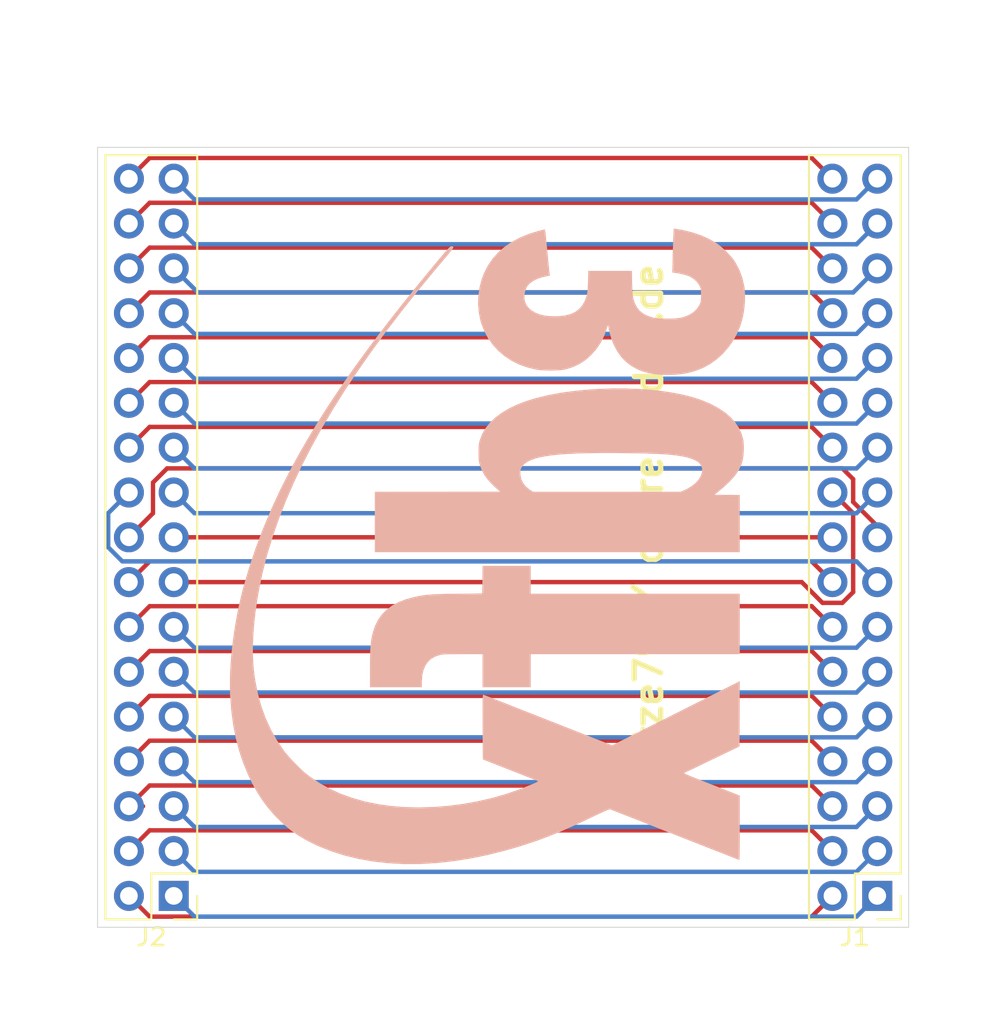
<source format=kicad_pcb>
(kicad_pcb (version 20171130) (host pcbnew "(5.1.8)-1")

  (general
    (thickness 1.6)
    (drawings 17)
    (tracks 112)
    (zones 0)
    (modules 3)
    (nets 35)
  )

  (page A4)
  (layers
    (0 F.Cu signal)
    (31 B.Cu signal)
    (32 B.Adhes user)
    (33 F.Adhes user)
    (34 B.Paste user)
    (35 F.Paste user)
    (36 B.SilkS user)
    (37 F.SilkS user)
    (38 B.Mask user)
    (39 F.Mask user)
    (40 Dwgs.User user)
    (41 Cmts.User user)
    (42 Eco1.User user)
    (43 Eco2.User user)
    (44 Edge.Cuts user)
    (45 Margin user)
    (46 B.CrtYd user)
    (47 F.CrtYd user)
    (48 B.Fab user)
    (49 F.Fab user)
  )

  (setup
    (last_trace_width 0.25)
    (trace_clearance 0.2)
    (zone_clearance 0.508)
    (zone_45_only no)
    (trace_min 0.2)
    (via_size 0.8)
    (via_drill 0.4)
    (via_min_size 0.4)
    (via_min_drill 0.3)
    (uvia_size 0.3)
    (uvia_drill 0.1)
    (uvias_allowed no)
    (uvia_min_size 0.2)
    (uvia_min_drill 0.1)
    (edge_width 0.05)
    (segment_width 0.2)
    (pcb_text_width 0.3)
    (pcb_text_size 1.5 1.5)
    (mod_edge_width 0.12)
    (mod_text_size 1 1)
    (mod_text_width 0.15)
    (pad_size 1.524 1.524)
    (pad_drill 0.762)
    (pad_to_mask_clearance 0)
    (aux_axis_origin 0 0)
    (visible_elements 7FFFFFFF)
    (pcbplotparams
      (layerselection 0x010fc_ffffffff)
      (usegerberextensions false)
      (usegerberattributes true)
      (usegerberadvancedattributes true)
      (creategerberjobfile true)
      (excludeedgelayer true)
      (linewidth 0.100000)
      (plotframeref false)
      (viasonmask false)
      (mode 1)
      (useauxorigin false)
      (hpglpennumber 1)
      (hpglpenspeed 20)
      (hpglpendiameter 15.000000)
      (psnegative false)
      (psa4output false)
      (plotreference true)
      (plotvalue true)
      (plotinvisibletext false)
      (padsonsilk false)
      (subtractmaskfromsilk false)
      (outputformat 1)
      (mirror false)
      (drillshape 0)
      (scaleselection 1)
      (outputdirectory "../../../Desktop/3dfx_bridge_long/"))
  )

  (net 0 "")
  (net 1 /D34)
  (net 2 /D33)
  (net 3 /D32)
  (net 4 /D31)
  (net 5 /D30)
  (net 6 /D29)
  (net 7 /D28)
  (net 8 /D27)
  (net 9 /D26)
  (net 10 /D25)
  (net 11 /D24)
  (net 12 /D23)
  (net 13 /D22)
  (net 14 /D21)
  (net 15 /D20)
  (net 16 /D16)
  (net 17 /D17)
  (net 18 /D18)
  (net 19 /D19)
  (net 20 /D15)
  (net 21 /D14)
  (net 22 /D13)
  (net 23 /D12)
  (net 24 /D11)
  (net 25 /D10)
  (net 26 /D9)
  (net 27 /D8)
  (net 28 /D7)
  (net 29 /D6)
  (net 30 /D5)
  (net 31 /D4)
  (net 32 /D3)
  (net 33 /D2)
  (net 34 /D1)

  (net_class Default "This is the default net class."
    (clearance 0.2)
    (trace_width 0.25)
    (via_dia 0.8)
    (via_drill 0.4)
    (uvia_dia 0.3)
    (uvia_drill 0.1)
    (add_net /D1)
    (add_net /D10)
    (add_net /D11)
    (add_net /D12)
    (add_net /D13)
    (add_net /D14)
    (add_net /D15)
    (add_net /D16)
    (add_net /D17)
    (add_net /D18)
    (add_net /D19)
    (add_net /D2)
    (add_net /D20)
    (add_net /D21)
    (add_net /D22)
    (add_net /D23)
    (add_net /D24)
    (add_net /D25)
    (add_net /D26)
    (add_net /D27)
    (add_net /D28)
    (add_net /D29)
    (add_net /D3)
    (add_net /D30)
    (add_net /D31)
    (add_net /D32)
    (add_net /D33)
    (add_net /D34)
    (add_net /D4)
    (add_net /D5)
    (add_net /D6)
    (add_net /D7)
    (add_net /D8)
    (add_net /D9)
  )

  (module Connector_PinHeader_2.54mm:PinHeader_2x17_P2.54mm_Vertical (layer F.Cu) (tedit 59FED5CC) (tstamp 5FCF0E0A)
    (at 183.642 129.794 180)
    (descr "Through hole straight pin header, 2x17, 2.54mm pitch, double rows")
    (tags "Through hole pin header THT 2x17 2.54mm double row")
    (path /5FD4A3D5)
    (fp_text reference J2 (at 1.27 -2.33) (layer F.SilkS)
      (effects (font (size 1 1) (thickness 0.15)))
    )
    (fp_text value Conn_02x17_Odd_Even (at 1.27 42.97) (layer F.Fab)
      (effects (font (size 1 1) (thickness 0.15)))
    )
    (fp_line (start 0 -1.27) (end 3.81 -1.27) (layer F.Fab) (width 0.1))
    (fp_line (start 3.81 -1.27) (end 3.81 41.91) (layer F.Fab) (width 0.1))
    (fp_line (start 3.81 41.91) (end -1.27 41.91) (layer F.Fab) (width 0.1))
    (fp_line (start -1.27 41.91) (end -1.27 0) (layer F.Fab) (width 0.1))
    (fp_line (start -1.27 0) (end 0 -1.27) (layer F.Fab) (width 0.1))
    (fp_line (start -1.33 41.97) (end 3.87 41.97) (layer F.SilkS) (width 0.12))
    (fp_line (start -1.33 1.27) (end -1.33 41.97) (layer F.SilkS) (width 0.12))
    (fp_line (start 3.87 -1.33) (end 3.87 41.97) (layer F.SilkS) (width 0.12))
    (fp_line (start -1.33 1.27) (end 1.27 1.27) (layer F.SilkS) (width 0.12))
    (fp_line (start 1.27 1.27) (end 1.27 -1.33) (layer F.SilkS) (width 0.12))
    (fp_line (start 1.27 -1.33) (end 3.87 -1.33) (layer F.SilkS) (width 0.12))
    (fp_line (start -1.33 0) (end -1.33 -1.33) (layer F.SilkS) (width 0.12))
    (fp_line (start -1.33 -1.33) (end 0 -1.33) (layer F.SilkS) (width 0.12))
    (fp_line (start -1.8 -1.8) (end -1.8 42.45) (layer F.CrtYd) (width 0.05))
    (fp_line (start -1.8 42.45) (end 4.35 42.45) (layer F.CrtYd) (width 0.05))
    (fp_line (start 4.35 42.45) (end 4.35 -1.8) (layer F.CrtYd) (width 0.05))
    (fp_line (start 4.35 -1.8) (end -1.8 -1.8) (layer F.CrtYd) (width 0.05))
    (fp_text user %R (at 1.27 20.32 90) (layer F.Fab)
      (effects (font (size 1 1) (thickness 0.15)))
    )
    (pad 1 thru_hole rect (at 0 0 180) (size 1.7 1.7) (drill 1) (layers *.Cu *.Mask)
      (net 33 /D2))
    (pad 2 thru_hole oval (at 2.54 0 180) (size 1.7 1.7) (drill 1) (layers *.Cu *.Mask)
      (net 34 /D1))
    (pad 3 thru_hole oval (at 0 2.54 180) (size 1.7 1.7) (drill 1) (layers *.Cu *.Mask)
      (net 31 /D4))
    (pad 4 thru_hole oval (at 2.54 2.54 180) (size 1.7 1.7) (drill 1) (layers *.Cu *.Mask)
      (net 32 /D3))
    (pad 5 thru_hole oval (at 0 5.08 180) (size 1.7 1.7) (drill 1) (layers *.Cu *.Mask)
      (net 29 /D6))
    (pad 6 thru_hole oval (at 2.54 5.08 180) (size 1.7 1.7) (drill 1) (layers *.Cu *.Mask)
      (net 30 /D5))
    (pad 7 thru_hole oval (at 0 7.62 180) (size 1.7 1.7) (drill 1) (layers *.Cu *.Mask)
      (net 27 /D8))
    (pad 8 thru_hole oval (at 2.54 7.62 180) (size 1.7 1.7) (drill 1) (layers *.Cu *.Mask)
      (net 28 /D7))
    (pad 9 thru_hole oval (at 0 10.16 180) (size 1.7 1.7) (drill 1) (layers *.Cu *.Mask)
      (net 25 /D10))
    (pad 10 thru_hole oval (at 2.54 10.16 180) (size 1.7 1.7) (drill 1) (layers *.Cu *.Mask)
      (net 26 /D9))
    (pad 11 thru_hole oval (at 0 12.7 180) (size 1.7 1.7) (drill 1) (layers *.Cu *.Mask)
      (net 23 /D12))
    (pad 12 thru_hole oval (at 2.54 12.7 180) (size 1.7 1.7) (drill 1) (layers *.Cu *.Mask)
      (net 24 /D11))
    (pad 13 thru_hole oval (at 0 15.24 180) (size 1.7 1.7) (drill 1) (layers *.Cu *.Mask)
      (net 21 /D14))
    (pad 14 thru_hole oval (at 2.54 15.24 180) (size 1.7 1.7) (drill 1) (layers *.Cu *.Mask)
      (net 22 /D13))
    (pad 15 thru_hole oval (at 0 17.78 180) (size 1.7 1.7) (drill 1) (layers *.Cu *.Mask)
      (net 16 /D16))
    (pad 16 thru_hole oval (at 2.54 17.78 180) (size 1.7 1.7) (drill 1) (layers *.Cu *.Mask)
      (net 20 /D15))
    (pad 17 thru_hole oval (at 0 20.32 180) (size 1.7 1.7) (drill 1) (layers *.Cu *.Mask)
      (net 18 /D18))
    (pad 18 thru_hole oval (at 2.54 20.32 180) (size 1.7 1.7) (drill 1) (layers *.Cu *.Mask)
      (net 17 /D17))
    (pad 19 thru_hole oval (at 0 22.86 180) (size 1.7 1.7) (drill 1) (layers *.Cu *.Mask)
      (net 15 /D20))
    (pad 20 thru_hole oval (at 2.54 22.86 180) (size 1.7 1.7) (drill 1) (layers *.Cu *.Mask)
      (net 19 /D19))
    (pad 21 thru_hole oval (at 0 25.4 180) (size 1.7 1.7) (drill 1) (layers *.Cu *.Mask)
      (net 13 /D22))
    (pad 22 thru_hole oval (at 2.54 25.4 180) (size 1.7 1.7) (drill 1) (layers *.Cu *.Mask)
      (net 14 /D21))
    (pad 23 thru_hole oval (at 0 27.94 180) (size 1.7 1.7) (drill 1) (layers *.Cu *.Mask)
      (net 11 /D24))
    (pad 24 thru_hole oval (at 2.54 27.94 180) (size 1.7 1.7) (drill 1) (layers *.Cu *.Mask)
      (net 12 /D23))
    (pad 25 thru_hole oval (at 0 30.48 180) (size 1.7 1.7) (drill 1) (layers *.Cu *.Mask)
      (net 9 /D26))
    (pad 26 thru_hole oval (at 2.54 30.48 180) (size 1.7 1.7) (drill 1) (layers *.Cu *.Mask)
      (net 10 /D25))
    (pad 27 thru_hole oval (at 0 33.02 180) (size 1.7 1.7) (drill 1) (layers *.Cu *.Mask)
      (net 7 /D28))
    (pad 28 thru_hole oval (at 2.54 33.02 180) (size 1.7 1.7) (drill 1) (layers *.Cu *.Mask)
      (net 8 /D27))
    (pad 29 thru_hole oval (at 0 35.56 180) (size 1.7 1.7) (drill 1) (layers *.Cu *.Mask)
      (net 5 /D30))
    (pad 30 thru_hole oval (at 2.54 35.56 180) (size 1.7 1.7) (drill 1) (layers *.Cu *.Mask)
      (net 6 /D29))
    (pad 31 thru_hole oval (at 0 38.1 180) (size 1.7 1.7) (drill 1) (layers *.Cu *.Mask)
      (net 3 /D32))
    (pad 32 thru_hole oval (at 2.54 38.1 180) (size 1.7 1.7) (drill 1) (layers *.Cu *.Mask)
      (net 4 /D31))
    (pad 33 thru_hole oval (at 0 40.64 180) (size 1.7 1.7) (drill 1) (layers *.Cu *.Mask)
      (net 1 /D34))
    (pad 34 thru_hole oval (at 2.54 40.64 180) (size 1.7 1.7) (drill 1) (layers *.Cu *.Mask)
      (net 2 /D33))
    (model ${KISYS3DMOD}/Connector_PinHeader_2.54mm.3dshapes/PinHeader_2x17_P2.54mm_Vertical.wrl
      (at (xyz 0 0 0))
      (scale (xyz 1 1 1))
      (rotate (xyz 0 0 0))
    )
  )

  (module 3Dfx:3dfx_2 (layer B.Cu) (tedit 0) (tstamp 600611AA)
    (at 201.422 109.982 270)
    (attr smd)
    (fp_text reference e (at 0 0 270) (layer F.SilkS) hide
      (effects (font (size 1.524 1.524) (thickness 0.3)))
    )
    (fp_text value LOGO (at 0.75 0 270) (layer F.SilkS) hide
      (effects (font (size 1.524 1.524) (thickness 0.3)))
    )
    (fp_poly (pts (xy -13.253994 0.48576) (xy -12.793246 0.392958) (xy -12.624405 0.343673) (xy -12.183598 0.172643)
      (xy -11.775185 -0.048127) (xy -11.40146 -0.315927) (xy -11.064715 -0.628044) (xy -10.767244 -0.981767)
      (xy -10.511337 -1.374384) (xy -10.299289 -1.803185) (xy -10.133392 -2.265457) (xy -10.019989 -2.736548)
      (xy -9.989848 -2.947547) (xy -9.970015 -3.192678) (xy -9.960381 -3.457038) (xy -9.960839 -3.725724)
      (xy -9.97128 -3.983835) (xy -9.991597 -4.216466) (xy -10.021681 -4.408714) (xy -10.032465 -4.455774)
      (xy -10.156202 -4.850219) (xy -10.320946 -5.205577) (xy -10.532328 -5.531809) (xy -10.79598 -5.838879)
      (xy -10.838832 -5.882354) (xy -11.182474 -6.184326) (xy -11.55591 -6.434685) (xy -11.956238 -6.631694)
      (xy -12.284226 -6.746894) (xy -12.412687 -6.788567) (xy -12.491317 -6.822815) (xy -12.517597 -6.847817)
      (xy -12.489012 -6.861753) (xy -12.446202 -6.864048) (xy -12.351782 -6.874502) (xy -12.215285 -6.903086)
      (xy -12.050847 -6.945635) (xy -11.872608 -6.99798) (xy -11.694705 -7.055957) (xy -11.531276 -7.115398)
      (xy -11.396459 -7.172136) (xy -11.389189 -7.175553) (xy -11.038742 -7.364369) (xy -10.7389 -7.576582)
      (xy -10.482315 -7.818304) (xy -10.261637 -8.095648) (xy -10.234093 -8.136307) (xy -10.054702 -8.447124)
      (xy -9.914206 -8.783621) (xy -9.811445 -9.150909) (xy -9.745254 -9.554099) (xy -9.714473 -9.9983)
      (xy -9.715433 -10.416924) (xy -9.741092 -10.839558) (xy -9.792949 -11.222041) (xy -9.874476 -11.580265)
      (xy -9.989147 -11.930122) (xy -10.109295 -12.219585) (xy -10.320401 -12.615853) (xy -10.58329 -12.987868)
      (xy -10.892663 -13.331352) (xy -11.243221 -13.642026) (xy -11.629664 -13.915612) (xy -12.046694 -14.147832)
      (xy -12.48901 -14.334406) (xy -12.874732 -14.452344) (xy -13.203915 -14.521721) (xy -13.555431 -14.5703)
      (xy -13.912255 -14.597089) (xy -14.257359 -14.601093) (xy -14.573718 -14.581315) (xy -14.725952 -14.560507)
      (xy -15.194724 -14.452245) (xy -15.637673 -14.289669) (xy -16.057903 -14.071572) (xy -16.177381 -13.996846)
      (xy -16.313577 -13.895926) (xy -16.472979 -13.7582) (xy -16.643492 -13.595967) (xy -16.813023 -13.421525)
      (xy -16.969476 -13.247172) (xy -17.100757 -13.085206) (xy -17.170236 -12.987262) (xy -17.408837 -12.573239)
      (xy -17.613586 -12.115471) (xy -17.781584 -11.62217) (xy -17.909928 -11.101548) (xy -17.978055 -10.700735)
      (xy -17.997331 -10.561112) (xy -17.548487 -10.542299) (xy -17.387518 -10.536124) (xy -17.181262 -10.529083)
      (xy -16.944895 -10.521643) (xy -16.69359 -10.514274) (xy -16.442524 -10.507442) (xy -16.308347 -10.504042)
      (xy -15.517051 -10.484597) (xy -15.498225 -10.632239) (xy -15.467987 -10.821588) (xy -15.425845 -11.020909)
      (xy -15.376491 -11.211688) (xy -15.324621 -11.375411) (xy -15.284972 -11.473401) (xy -15.16691 -11.669882)
      (xy -15.013993 -11.84439) (xy -14.841142 -11.981166) (xy -14.76231 -12.025484) (xy -14.683633 -12.061805)
      (xy -14.613704 -12.085942) (xy -14.536875 -12.100366) (xy -14.4375 -12.10755) (xy -14.299932 -12.109966)
      (xy -14.226388 -12.110153) (xy -14.07016 -12.109428) (xy -13.958242 -12.105156) (xy -13.874473 -12.094501)
      (xy -13.802692 -12.07463) (xy -13.726737 -12.042706) (xy -13.661016 -12.010972) (xy -13.450307 -11.873867)
      (xy -13.269094 -11.685838) (xy -13.119418 -11.449849) (xy -13.003317 -11.168862) (xy -12.950529 -10.979504)
      (xy -12.925267 -10.830231) (xy -12.907276 -10.638235) (xy -12.896529 -10.417998) (xy -12.893001 -10.184002)
      (xy -12.896666 -9.950729) (xy -12.907497 -9.73266) (xy -12.925469 -9.544278) (xy -12.950556 -9.400064)
      (xy -12.953376 -9.388929) (xy -13.053887 -9.086179) (xy -13.184468 -8.834108) (xy -13.348442 -8.629158)
      (xy -13.54913 -8.467769) (xy -13.789855 -8.346382) (xy -13.985674 -8.282851) (xy -14.078846 -8.260624)
      (xy -14.176887 -8.243281) (xy -14.290202 -8.229926) (xy -14.429193 -8.21966) (xy -14.604263 -8.211584)
      (xy -14.825817 -8.204799) (xy -14.914941 -8.202594) (xy -15.602857 -8.18631) (xy -15.602857 -5.722824)
      (xy -15.020774 -5.707066) (xy -14.789266 -5.699345) (xy -14.606392 -5.689491) (xy -14.460317 -5.676365)
      (xy -14.339208 -5.658826) (xy -14.23123 -5.635736) (xy -14.202412 -5.628301) (xy -13.908101 -5.52615)
      (xy -13.658214 -5.387566) (xy -13.45164 -5.210839) (xy -13.287265 -4.994264) (xy -13.163977 -4.736133)
      (xy -13.080664 -4.434738) (xy -13.036213 -4.088373) (xy -13.027618 -3.825119) (xy -13.038969 -3.499127)
      (xy -13.074304 -3.217195) (xy -13.13589 -2.96694) (xy -13.225992 -2.735982) (xy -13.227549 -2.73265)
      (xy -13.364248 -2.4954) (xy -13.526568 -2.312823) (xy -13.714852 -2.184655) (xy -13.929439 -2.110632)
      (xy -14.050024 -2.09357) (xy -14.26522 -2.098685) (xy -14.480769 -2.143596) (xy -14.673899 -2.222708)
      (xy -14.740733 -2.263331) (xy -14.89464 -2.401627) (xy -15.032557 -2.591523) (xy -15.150475 -2.825342)
      (xy -15.244387 -3.095407) (xy -15.29992 -3.334453) (xy -15.337827 -3.539263) (xy -15.432545 -3.523126)
      (xy -15.487559 -3.515974) (xy -15.593695 -3.504146) (xy -15.741861 -3.488582) (xy -15.922964 -3.470219)
      (xy -16.127912 -3.449996) (xy -16.328571 -3.430662) (xy -16.689618 -3.39618) (xy -16.994788 -3.366809)
      (xy -17.248426 -3.342093) (xy -17.454875 -3.321576) (xy -17.618479 -3.304801) (xy -17.743581 -3.291312)
      (xy -17.834525 -3.280654) (xy -17.895655 -3.272371) (xy -17.931313 -3.266005) (xy -17.945844 -3.261102)
      (xy -17.946182 -3.260803) (xy -17.944323 -3.227946) (xy -17.929007 -3.149013) (xy -17.902853 -3.036229)
      (xy -17.872324 -2.916296) (xy -17.700917 -2.360292) (xy -17.493167 -1.852152) (xy -17.24921 -1.392036)
      (xy -16.969181 -0.980105) (xy -16.653216 -0.616521) (xy -16.301451 -0.301443) (xy -15.914022 -0.035034)
      (xy -15.491064 0.182546) (xy -15.144939 0.315484) (xy -14.68321 0.439072) (xy -14.208077 0.508715)
      (xy -13.728638 0.524312) (xy -13.253994 0.48576)) (layer B.SilkS) (width 0.01))
    (fp_poly (pts (xy 0.332619 -14.302619) (xy -2.901763 -14.302619) (xy -2.909869 -13.585372) (xy -2.917976 -12.868125)
      (xy -3.112518 -13.109122) (xy -3.388898 -13.4375) (xy -3.647412 -13.71409) (xy -3.893356 -13.942967)
      (xy -4.132026 -14.128208) (xy -4.368719 -14.273889) (xy -4.608729 -14.384086) (xy -4.857355 -14.462877)
      (xy -4.878074 -14.468018) (xy -5.049143 -14.498924) (xy -5.256729 -14.520125) (xy -5.481003 -14.531049)
      (xy -5.702133 -14.531123) (xy -5.90029 -14.519773) (xy -6.0325 -14.501386) (xy -6.389871 -14.400118)
      (xy -6.726173 -14.24239) (xy -7.041079 -14.028551) (xy -7.334265 -13.758949) (xy -7.605402 -13.433933)
      (xy -7.854165 -13.053851) (xy -8.080226 -12.619051) (xy -8.28326 -12.129882) (xy -8.301512 -12.080119)
      (xy -8.456426 -11.597224) (xy -8.590455 -11.063725) (xy -8.703308 -10.485884) (xy -8.794694 -9.869959)
      (xy -8.864321 -9.222211) (xy -8.911896 -8.548898) (xy -8.937129 -7.856281) (xy -8.939728 -7.150619)
      (xy -8.925417 -6.649048) (xy -5.286862 -6.649048) (xy -5.284593 -7.345136) (xy -5.280526 -7.756072)
      (xy -5.272974 -8.287473) (xy -5.263581 -8.763025) (xy -5.25203 -9.187337) (xy -5.238002 -9.565017)
      (xy -5.221182 -9.900673) (xy -5.20125 -10.198913) (xy -5.177891 -10.464346) (xy -5.150786 -10.701581)
      (xy -5.119619 -10.915225) (xy -5.084071 -11.109886) (xy -5.043826 -11.290174) (xy -5.034572 -11.327332)
      (xy -4.946963 -11.610635) (xy -4.84205 -11.836272) (xy -4.719127 -12.004729) (xy -4.57749 -12.116494)
      (xy -4.416433 -12.172052) (xy -4.235253 -12.171892) (xy -4.033243 -12.1165) (xy -3.946444 -12.078986)
      (xy -3.758666 -11.961382) (xy -3.576213 -11.792388) (xy -3.406692 -11.581048) (xy -3.257708 -11.336404)
      (xy -3.174133 -11.160644) (xy -3.084286 -10.949506) (xy -3.084286 -2.584853) (xy -3.206704 -2.397497)
      (xy -3.375583 -2.187687) (xy -3.573604 -2.027522) (xy -3.79593 -1.91982) (xy -4.037723 -1.867397)
      (xy -4.125058 -1.862643) (xy -4.251763 -1.864876) (xy -4.343647 -1.879603) (xy -4.425975 -1.912452)
      (xy -4.478066 -1.9413) (xy -4.596524 -2.028418) (xy -4.704505 -2.145599) (xy -4.802294 -2.29491)
      (xy -4.890176 -2.478419) (xy -4.968436 -2.698191) (xy -5.03736 -2.956294) (xy -5.097232 -3.254795)
      (xy -5.148338 -3.59576) (xy -5.190964 -3.981257) (xy -5.225394 -4.413351) (xy -5.251913 -4.894111)
      (xy -5.270808 -5.425602) (xy -5.282362 -6.009892) (xy -5.286862 -6.649048) (xy -8.925417 -6.649048)
      (xy -8.9194 -6.438171) (xy -8.875854 -5.725198) (xy -8.808799 -5.017959) (xy -8.717943 -4.322714)
      (xy -8.675567 -4.053585) (xy -8.54804 -3.381419) (xy -8.396406 -2.760533) (xy -8.220992 -2.191478)
      (xy -8.022127 -1.674802) (xy -7.800138 -1.211055) (xy -7.555354 -0.800785) (xy -7.288103 -0.444542)
      (xy -6.998712 -0.142874) (xy -6.68751 0.10367) (xy -6.354825 0.29454) (xy -6.000984 0.429188)
      (xy -5.996496 0.430493) (xy -5.892637 0.458062) (xy -5.793967 0.477142) (xy -5.685665 0.489142)
      (xy -5.55291 0.495469) (xy -5.38088 0.497531) (xy -5.291667 0.497459) (xy -5.109928 0.496259)
      (xy -4.973759 0.492656) (xy -4.868254 0.484677) (xy -4.778508 0.47035) (xy -4.689617 0.447701)
      (xy -4.586674 0.414758) (xy -4.535714 0.397395) (xy -4.377883 0.336098) (xy -4.209835 0.259456)
      (xy -4.061082 0.181225) (xy -4.022685 0.158295) (xy -3.879207 0.056855) (xy -3.713593 -0.079792)
      (xy -3.540051 -0.238517) (xy -3.372788 -0.406187) (xy -3.226012 -0.569673) (xy -3.197081 -0.604762)
      (xy -3.087004 -0.740834) (xy -3.084286 6.380238) (xy 0.332619 6.380238) (xy 0.332619 -14.302619)) (layer B.SilkS) (width 0.01))
    (fp_poly (pts (xy 7.982857 3.719285) (xy 7.672917 3.718839) (xy 7.332205 3.696222) (xy 7.030592 3.630006)
      (xy 6.769366 3.521081) (xy 6.549812 3.37034) (xy 6.373219 3.178675) (xy 6.240875 2.946977)
      (xy 6.154065 2.676138) (xy 6.151646 2.664915) (xy 6.139324 2.589722) (xy 6.129374 2.488417)
      (xy 6.121609 2.355338) (xy 6.11584 2.184825) (xy 6.11188 1.971217) (xy 6.109541 1.708854)
      (xy 6.108635 1.392075) (xy 6.10862 1.368274) (xy 6.108095 0.272143) (xy 7.982857 0.272143)
      (xy 7.982857 -2.449286) (xy 6.108095 -2.449286) (xy 6.108095 -14.302619) (xy 2.69119 -14.302619)
      (xy 2.69119 -2.449286) (xy 1.118809 -2.449286) (xy 1.118809 0.271122) (xy 2.676071 0.287262)
      (xy 2.69368 1.708452) (xy 2.698895 2.087371) (xy 2.704795 2.413087) (xy 2.71193 2.692876)
      (xy 2.720847 2.934011) (xy 2.732093 3.143766) (xy 2.746217 3.329415) (xy 2.763766 3.498233)
      (xy 2.785289 3.657493) (xy 2.811333 3.81447) (xy 2.842446 3.976437) (xy 2.876797 4.139711)
      (xy 3.000343 4.602566) (xy 3.159891 5.01684) (xy 3.355437 5.38253) (xy 3.586977 5.69963)
      (xy 3.854509 5.968136) (xy 4.158028 6.188044) (xy 4.497531 6.359349) (xy 4.712863 6.43704)
      (xy 4.885324 6.48824) (xy 5.052066 6.530918) (xy 5.220678 6.565796) (xy 5.398751 6.593597)
      (xy 5.593873 6.615046) (xy 5.813635 6.630864) (xy 6.065626 6.641774) (xy 6.357435 6.648501)
      (xy 6.696652 6.651767) (xy 6.973085 6.652381) (xy 7.982857 6.652381) (xy 7.982857 3.719285)) (layer B.SilkS) (width 0.01))
    (fp_poly (pts (xy 8.512024 14.577221) (xy 9.334577 14.511633) (xy 10.114725 14.407441) (xy 10.857674 14.263335)
      (xy 11.568629 14.078) (xy 12.252796 13.850125) (xy 12.915382 13.578397) (xy 13.403505 13.3439)
      (xy 13.909837 13.06652) (xy 14.369859 12.773797) (xy 14.797493 12.455817) (xy 15.206659 12.102665)
      (xy 15.386355 11.931698) (xy 15.753001 11.549439) (xy 16.07852 11.157589) (xy 16.370665 10.74478)
      (xy 16.63719 10.299645) (xy 16.885846 9.810817) (xy 16.992545 9.576806) (xy 17.284652 8.842585)
      (xy 17.527407 8.075183) (xy 17.720797 7.276388) (xy 17.86481 6.447989) (xy 17.959434 5.591773)
      (xy 18.004659 4.70953) (xy 18.000471 3.803048) (xy 17.946859 2.874114) (xy 17.84381 1.924517)
      (xy 17.691314 0.956045) (xy 17.489358 -0.029513) (xy 17.237931 -1.03037) (xy 17.066951 -1.625425)
      (xy 16.916271 -2.111231) (xy 16.760375 -2.581541) (xy 16.595756 -3.045133) (xy 16.418905 -3.510786)
      (xy 16.226315 -3.987279) (xy 16.014479 -4.483389) (xy 15.779888 -5.007895) (xy 15.519035 -5.569574)
      (xy 15.343753 -5.937887) (xy 15.2158 -6.205956) (xy 15.11295 -6.424761) (xy 15.033169 -6.599087)
      (xy 14.974424 -6.733714) (xy 14.934679 -6.833427) (xy 14.911902 -6.903007) (xy 14.904057 -6.947237)
      (xy 14.906478 -6.965982) (xy 14.922764 -7.007595) (xy 14.959252 -7.100668) (xy 15.014343 -7.241133)
      (xy 15.086443 -7.424925) (xy 15.173956 -7.647975) (xy 15.275284 -7.906217) (xy 15.388831 -8.195584)
      (xy 15.513002 -8.512009) (xy 15.646201 -8.851426) (xy 15.78683 -9.209766) (xy 15.933294 -9.582963)
      (xy 16.083996 -9.966951) (xy 16.23734 -10.357661) (xy 16.391731 -10.751028) (xy 16.545571 -11.142984)
      (xy 16.697265 -11.529463) (xy 16.845216 -11.906396) (xy 16.987828 -12.269718) (xy 17.123505 -12.615361)
      (xy 17.250651 -12.939259) (xy 17.367669 -13.237344) (xy 17.472963 -13.505549) (xy 17.564937 -13.739808)
      (xy 17.641994 -13.936053) (xy 17.702539 -14.090218) (xy 17.744976 -14.198236) (xy 17.767707 -14.256039)
      (xy 17.771177 -14.264822) (xy 17.763212 -14.27292) (xy 17.729768 -14.279849) (xy 17.667095 -14.285688)
      (xy 17.571443 -14.290514) (xy 17.439062 -14.294406) (xy 17.266201 -14.297443) (xy 17.049109 -14.299702)
      (xy 16.784037 -14.301261) (xy 16.467234 -14.3022) (xy 16.09495 -14.302595) (xy 15.958686 -14.302619)
      (xy 14.130903 -14.302619) (xy 13.499412 -12.695896) (xy 13.365292 -12.35492) (xy 13.251391 -12.066249)
      (xy 13.155937 -11.825851) (xy 13.077158 -11.629695) (xy 13.013281 -11.47375) (xy 12.962534 -11.353984)
      (xy 12.923144 -11.266367) (xy 12.89334 -11.206867) (xy 12.871348 -11.171452) (xy 12.855396 -11.156093)
      (xy 12.843711 -11.156756) (xy 12.834522 -11.169411) (xy 12.831356 -11.176432) (xy 12.811644 -11.219539)
      (xy 12.768219 -11.311856) (xy 12.703601 -11.448103) (xy 12.620311 -11.622999) (xy 12.520868 -11.831263)
      (xy 12.407793 -12.067616) (xy 12.283606 -12.326777) (xy 12.150828 -12.603465) (xy 12.068132 -12.775596)
      (xy 11.341473 -14.2875) (xy 9.495988 -14.295292) (xy 7.650502 -14.303084) (xy 9.468327 -10.687125)
      (xy 11.286152 -7.071167) (xy 9.86273 -3.452429) (xy 9.686724 -3.004954) (xy 9.516676 -2.572584)
      (xy 9.353915 -2.158706) (xy 9.199774 -1.766709) (xy 9.055584 -1.399979) (xy 8.922676 -1.061903)
      (xy 8.802382 -0.75587) (xy 8.696034 -0.485265) (xy 8.604962 -0.253478) (xy 8.530499 -0.063894)
      (xy 8.473975 0.080098) (xy 8.436723 0.175111) (xy 8.420074 0.217758) (xy 8.419424 0.219461)
      (xy 8.417808 0.230421) (xy 8.424743 0.239728) (xy 8.444634 0.247492) (xy 8.481886 0.253823)
      (xy 8.540902 0.258831) (xy 8.626089 0.262625) (xy 8.741849 0.265316) (xy 8.892589 0.267013)
      (xy 9.082713 0.267827) (xy 9.316625 0.267867) (xy 9.59873 0.267243) (xy 9.933434 0.266066)
      (xy 10.237275 0.264819) (xy 12.07501 0.257024) (xy 12.673736 -1.27) (xy 12.787332 -1.559586)
      (xy 12.894816 -1.833333) (xy 12.994069 -2.085859) (xy 13.082971 -2.311782) (xy 13.159402 -2.505721)
      (xy 13.221241 -2.662295) (xy 13.266369 -2.776122) (xy 13.292665 -2.841819) (xy 13.298195 -2.85518)
      (xy 13.313531 -2.870498) (xy 13.336099 -2.853311) (xy 13.369863 -2.797328) (xy 13.418787 -2.696253)
      (xy 13.469593 -2.583037) (xy 13.774454 -1.832507) (xy 14.041059 -1.053392) (xy 14.268775 -0.251893)
      (xy 14.456968 0.565791) (xy 14.605002 1.393461) (xy 14.712244 2.224917) (xy 14.77806 3.053959)
      (xy 14.801815 3.874389) (xy 14.782875 4.680006) (xy 14.720606 5.464611) (xy 14.614372 6.222004)
      (xy 14.463541 6.945987) (xy 14.450073 7.000119) (xy 14.250834 7.694383) (xy 14.013646 8.343603)
      (xy 13.736947 8.951036) (xy 13.419178 9.519942) (xy 13.058778 10.053579) (xy 12.87186 10.296071)
      (xy 12.738435 10.45155) (xy 12.569261 10.632575) (xy 12.376352 10.827599) (xy 12.171723 11.025073)
      (xy 11.967389 11.21345) (xy 11.775364 11.381184) (xy 11.607663 11.516725) (xy 11.580673 11.537046)
      (xy 10.995352 11.934299) (xy 10.377256 12.281231) (xy 9.726088 12.577951) (xy 9.04155 12.824572)
      (xy 8.323346 13.021203) (xy 7.57118 13.167956) (xy 7.007111 13.242937) (xy 6.43719 13.286103)
      (xy 5.822404 13.298034) (xy 5.169204 13.2795) (xy 4.48404 13.231268) (xy 3.773364 13.154105)
      (xy 3.043625 13.048779) (xy 2.301275 12.916059) (xy 1.552764 12.756711) (xy 0.804543 12.571504)
      (xy 0.377976 12.453892) (xy -0.604093 12.151814) (xy -1.593493 11.805555) (xy -2.591463 11.41437)
      (xy -3.59924 10.977515) (xy -4.618064 10.494247) (xy -5.649173 9.96382) (xy -6.693805 9.385492)
      (xy -7.7532 8.758518) (xy -8.828595 8.082154) (xy -9.921228 7.355657) (xy -11.03234 6.578282)
      (xy -12.163167 5.749285) (xy -13.314949 4.867922) (xy -14.488924 3.93345) (xy -15.686331 2.945124)
      (xy -16.261651 2.458306) (xy -16.430256 2.316384) (xy -16.584944 2.189698) (xy -16.719277 2.083251)
      (xy -16.826817 2.002049) (xy -16.901128 1.951097) (xy -16.934449 1.935238) (xy -16.978553 1.950557)
      (xy -16.993462 2.006279) (xy -16.99381 2.023234) (xy -16.991393 2.050545) (xy -16.981601 2.079834)
      (xy -16.960625 2.114635) (xy -16.924654 2.158481) (xy -16.869876 2.214905) (xy -16.792482 2.28744)
      (xy -16.688662 2.37962) (xy -16.554604 2.494978) (xy -16.386497 2.637047) (xy -16.180533 2.809361)
      (xy -15.9329 3.015452) (xy -15.844762 3.088674) (xy -14.822833 3.929644) (xy -13.836027 4.725614)
      (xy -12.881448 5.478616) (xy -11.956197 6.190678) (xy -11.057377 6.863832) (xy -10.182091 7.500106)
      (xy -9.32744 8.101532) (xy -8.490528 8.670138) (xy -7.668456 9.207956) (xy -6.858327 9.717015)
      (xy -6.057243 10.199344) (xy -5.262307 10.656975) (xy -4.470621 11.091937) (xy -4.263571 11.202299)
      (xy -3.190889 11.746112) (xy -2.102688 12.250157) (xy -1.006289 12.711573) (xy 0.090988 13.127503)
      (xy 1.181823 13.495087) (xy 2.258897 13.811467) (xy 2.736548 13.936221) (xy 3.401282 14.090616)
      (xy 4.086818 14.226481) (xy 4.783465 14.34274) (xy 5.48153 14.438318) (xy 6.171322 14.51214)
      (xy 6.843148 14.563129) (xy 7.487317 14.59021) (xy 8.094138 14.592308) (xy 8.512024 14.577221)) (layer B.SilkS) (width 0.01))
  )

  (module Connector_PinHeader_2.54mm:PinHeader_2x17_P2.54mm_Vertical (layer F.Cu) (tedit 59FED5CC) (tstamp 5FCF1291)
    (at 223.52 129.794 180)
    (descr "Through hole straight pin header, 2x17, 2.54mm pitch, double rows")
    (tags "Through hole pin header THT 2x17 2.54mm double row")
    (path /5FCEAF08)
    (fp_text reference J1 (at 1.27 -2.33) (layer F.SilkS)
      (effects (font (size 1 1) (thickness 0.15)))
    )
    (fp_text value Conn_02x17_Odd_Even (at 1.27 42.97) (layer F.Fab)
      (effects (font (size 1 1) (thickness 0.15)))
    )
    (fp_line (start 4.35 -1.8) (end -1.8 -1.8) (layer F.CrtYd) (width 0.05))
    (fp_line (start 4.35 42.45) (end 4.35 -1.8) (layer F.CrtYd) (width 0.05))
    (fp_line (start -1.8 42.45) (end 4.35 42.45) (layer F.CrtYd) (width 0.05))
    (fp_line (start -1.8 -1.8) (end -1.8 42.45) (layer F.CrtYd) (width 0.05))
    (fp_line (start -1.33 -1.33) (end 0 -1.33) (layer F.SilkS) (width 0.12))
    (fp_line (start -1.33 0) (end -1.33 -1.33) (layer F.SilkS) (width 0.12))
    (fp_line (start 1.27 -1.33) (end 3.87 -1.33) (layer F.SilkS) (width 0.12))
    (fp_line (start 1.27 1.27) (end 1.27 -1.33) (layer F.SilkS) (width 0.12))
    (fp_line (start -1.33 1.27) (end 1.27 1.27) (layer F.SilkS) (width 0.12))
    (fp_line (start 3.87 -1.33) (end 3.87 41.97) (layer F.SilkS) (width 0.12))
    (fp_line (start -1.33 1.27) (end -1.33 41.97) (layer F.SilkS) (width 0.12))
    (fp_line (start -1.33 41.97) (end 3.87 41.97) (layer F.SilkS) (width 0.12))
    (fp_line (start -1.27 0) (end 0 -1.27) (layer F.Fab) (width 0.1))
    (fp_line (start -1.27 41.91) (end -1.27 0) (layer F.Fab) (width 0.1))
    (fp_line (start 3.81 41.91) (end -1.27 41.91) (layer F.Fab) (width 0.1))
    (fp_line (start 3.81 -1.27) (end 3.81 41.91) (layer F.Fab) (width 0.1))
    (fp_line (start 0 -1.27) (end 3.81 -1.27) (layer F.Fab) (width 0.1))
    (fp_text user %R (at 1.27 20.32 90) (layer F.Fab)
      (effects (font (size 1 1) (thickness 0.15)))
    )
    (pad 34 thru_hole oval (at 2.54 40.64 180) (size 1.7 1.7) (drill 1) (layers *.Cu *.Mask)
      (net 2 /D33))
    (pad 33 thru_hole oval (at 0 40.64 180) (size 1.7 1.7) (drill 1) (layers *.Cu *.Mask)
      (net 1 /D34))
    (pad 32 thru_hole oval (at 2.54 38.1 180) (size 1.7 1.7) (drill 1) (layers *.Cu *.Mask)
      (net 4 /D31))
    (pad 31 thru_hole oval (at 0 38.1 180) (size 1.7 1.7) (drill 1) (layers *.Cu *.Mask)
      (net 3 /D32))
    (pad 30 thru_hole oval (at 2.54 35.56 180) (size 1.7 1.7) (drill 1) (layers *.Cu *.Mask)
      (net 6 /D29))
    (pad 29 thru_hole oval (at 0 35.56 180) (size 1.7 1.7) (drill 1) (layers *.Cu *.Mask)
      (net 5 /D30))
    (pad 28 thru_hole oval (at 2.54 33.02 180) (size 1.7 1.7) (drill 1) (layers *.Cu *.Mask)
      (net 8 /D27))
    (pad 27 thru_hole oval (at 0 33.02 180) (size 1.7 1.7) (drill 1) (layers *.Cu *.Mask)
      (net 7 /D28))
    (pad 26 thru_hole oval (at 2.54 30.48 180) (size 1.7 1.7) (drill 1) (layers *.Cu *.Mask)
      (net 10 /D25))
    (pad 25 thru_hole oval (at 0 30.48 180) (size 1.7 1.7) (drill 1) (layers *.Cu *.Mask)
      (net 9 /D26))
    (pad 24 thru_hole oval (at 2.54 27.94 180) (size 1.7 1.7) (drill 1) (layers *.Cu *.Mask)
      (net 12 /D23))
    (pad 23 thru_hole oval (at 0 27.94 180) (size 1.7 1.7) (drill 1) (layers *.Cu *.Mask)
      (net 11 /D24))
    (pad 22 thru_hole oval (at 2.54 25.4 180) (size 1.7 1.7) (drill 1) (layers *.Cu *.Mask)
      (net 14 /D21))
    (pad 21 thru_hole oval (at 0 25.4 180) (size 1.7 1.7) (drill 1) (layers *.Cu *.Mask)
      (net 13 /D22))
    (pad 20 thru_hole oval (at 2.54 22.86 180) (size 1.7 1.7) (drill 1) (layers *.Cu *.Mask)
      (net 16 /D16))
    (pad 19 thru_hole oval (at 0 22.86 180) (size 1.7 1.7) (drill 1) (layers *.Cu *.Mask)
      (net 15 /D20))
    (pad 18 thru_hole oval (at 2.54 20.32 180) (size 1.7 1.7) (drill 1) (layers *.Cu *.Mask)
      (net 18 /D18))
    (pad 17 thru_hole oval (at 0 20.32 180) (size 1.7 1.7) (drill 1) (layers *.Cu *.Mask)
      (net 17 /D17))
    (pad 16 thru_hole oval (at 2.54 17.78 180) (size 1.7 1.7) (drill 1) (layers *.Cu *.Mask)
      (net 20 /D15))
    (pad 15 thru_hole oval (at 0 17.78 180) (size 1.7 1.7) (drill 1) (layers *.Cu *.Mask)
      (net 19 /D19))
    (pad 14 thru_hole oval (at 2.54 15.24 180) (size 1.7 1.7) (drill 1) (layers *.Cu *.Mask)
      (net 22 /D13))
    (pad 13 thru_hole oval (at 0 15.24 180) (size 1.7 1.7) (drill 1) (layers *.Cu *.Mask)
      (net 21 /D14))
    (pad 12 thru_hole oval (at 2.54 12.7 180) (size 1.7 1.7) (drill 1) (layers *.Cu *.Mask)
      (net 24 /D11))
    (pad 11 thru_hole oval (at 0 12.7 180) (size 1.7 1.7) (drill 1) (layers *.Cu *.Mask)
      (net 23 /D12))
    (pad 10 thru_hole oval (at 2.54 10.16 180) (size 1.7 1.7) (drill 1) (layers *.Cu *.Mask)
      (net 26 /D9))
    (pad 9 thru_hole oval (at 0 10.16 180) (size 1.7 1.7) (drill 1) (layers *.Cu *.Mask)
      (net 25 /D10))
    (pad 8 thru_hole oval (at 2.54 7.62 180) (size 1.7 1.7) (drill 1) (layers *.Cu *.Mask)
      (net 28 /D7))
    (pad 7 thru_hole oval (at 0 7.62 180) (size 1.7 1.7) (drill 1) (layers *.Cu *.Mask)
      (net 27 /D8))
    (pad 6 thru_hole oval (at 2.54 5.08 180) (size 1.7 1.7) (drill 1) (layers *.Cu *.Mask)
      (net 30 /D5))
    (pad 5 thru_hole oval (at 0 5.08 180) (size 1.7 1.7) (drill 1) (layers *.Cu *.Mask)
      (net 29 /D6))
    (pad 4 thru_hole oval (at 2.54 2.54 180) (size 1.7 1.7) (drill 1) (layers *.Cu *.Mask)
      (net 32 /D3))
    (pad 3 thru_hole oval (at 0 2.54 180) (size 1.7 1.7) (drill 1) (layers *.Cu *.Mask)
      (net 31 /D4))
    (pad 2 thru_hole oval (at 2.54 0 180) (size 1.7 1.7) (drill 1) (layers *.Cu *.Mask)
      (net 34 /D1))
    (pad 1 thru_hole rect (at 0 0 180) (size 1.7 1.7) (drill 1) (layers *.Cu *.Mask)
      (net 33 /D2))
    (model ${KISYS3DMOD}/Connector_PinHeader_2.54mm.3dshapes/PinHeader_2x17_P2.54mm_Vertical.wrl
      (at (xyz 0 0 0))
      (scale (xyz 1 1 1))
      (rotate (xyz 0 0 0))
    )
  )

  (gr_line (start 225.298 87.376) (end 224.79 87.376) (layer Edge.Cuts) (width 0.05) (tstamp 6005A5B6))
  (gr_line (start 225.298 131.572) (end 225.298 87.376) (layer Edge.Cuts) (width 0.05))
  (gr_line (start 225.044 131.572) (end 225.298 131.572) (layer Edge.Cuts) (width 0.05))
  (dimension 33.782 (width 0.15) (layer Dwgs.User)
    (gr_text "33,782 mm" (at 202.311 137.698) (layer Dwgs.User)
      (effects (font (size 1 1) (thickness 0.15)))
    )
    (feature1 (pts (xy 219.202 135.128) (xy 219.202 136.984421)))
    (feature2 (pts (xy 185.42 135.128) (xy 185.42 136.984421)))
    (crossbar (pts (xy 185.42 136.398) (xy 219.202 136.398)))
    (arrow1a (pts (xy 219.202 136.398) (xy 218.075496 136.984421)))
    (arrow1b (pts (xy 219.202 136.398) (xy 218.075496 135.811579)))
    (arrow2a (pts (xy 185.42 136.398) (xy 186.546504 136.984421)))
    (arrow2b (pts (xy 185.42 136.398) (xy 186.546504 135.811579)))
  )
  (dimension 46.482 (width 0.15) (layer Dwgs.User)
    (gr_text "46,482 mm" (at 202.311 134.649999) (layer Dwgs.User)
      (effects (font (size 1 1) (thickness 0.15)))
    )
    (feature1 (pts (xy 225.552 132.842) (xy 225.552 133.93642)))
    (feature2 (pts (xy 179.07 132.842) (xy 179.07 133.93642)))
    (crossbar (pts (xy 179.07 133.349999) (xy 225.552 133.349999)))
    (arrow1a (pts (xy 225.552 133.349999) (xy 224.425496 133.93642)))
    (arrow1b (pts (xy 225.552 133.349999) (xy 224.425496 132.763578)))
    (arrow2a (pts (xy 179.07 133.349999) (xy 180.196504 133.93642)))
    (arrow2b (pts (xy 179.07 133.349999) (xy 180.196504 132.763578)))
  )
  (dimension 44.196 (width 0.15) (layer Dwgs.User)
    (gr_text "44,196 mm" (at 228.376 109.474 90) (layer Dwgs.User)
      (effects (font (size 1 1) (thickness 0.15)))
    )
    (feature1 (pts (xy 225.552 87.376) (xy 227.662421 87.376)))
    (feature2 (pts (xy 225.552 131.572) (xy 227.662421 131.572)))
    (crossbar (pts (xy 227.076 131.572) (xy 227.076 87.376)))
    (arrow1a (pts (xy 227.076 87.376) (xy 227.662421 88.502504)))
    (arrow1b (pts (xy 227.076 87.376) (xy 226.489579 88.502504)))
    (arrow2a (pts (xy 227.076 131.572) (xy 227.662421 130.445496)))
    (arrow2b (pts (xy 227.076 131.572) (xy 226.489579 130.445496)))
  )
  (gr_line (start 224.79 87.376) (end 205.486 87.376) (layer Edge.Cuts) (width 0.05) (tstamp 6005B08A))
  (gr_line (start 205.486 131.572) (end 225.044 131.572) (layer Edge.Cuts) (width 0.05))
  (dimension 24.384 (width 0.15) (layer Dwgs.User) (tstamp 6005946A)
    (gr_text "24,384 mm" (at 212.344 83.028) (layer Dwgs.User) (tstamp 6005946A)
      (effects (font (size 1 1) (thickness 0.15)))
    )
    (feature1 (pts (xy 224.536 89.154) (xy 224.536 83.741579)))
    (feature2 (pts (xy 200.152 89.154) (xy 200.152 83.741579)))
    (crossbar (pts (xy 200.152 84.328) (xy 224.536 84.328)))
    (arrow1a (pts (xy 224.536 84.328) (xy 223.409496 84.914421)))
    (arrow1b (pts (xy 224.536 84.328) (xy 223.409496 83.741579)))
    (arrow2a (pts (xy 200.152 84.328) (xy 201.278504 84.914421)))
    (arrow2b (pts (xy 200.152 84.328) (xy 201.278504 83.741579)))
  )
  (gr_text "matze79 / dosreloaded.de\n" (at 210.566 109.22 90) (layer F.SilkS) (tstamp 600610D2)
    (effects (font (size 1.5 1.5) (thickness 0.3)))
  )
  (dimension 24.384 (width 0.15) (layer Dwgs.User)
    (gr_text "24,384 mm" (at 192.278 83.028) (layer Dwgs.User)
      (effects (font (size 1 1) (thickness 0.15)))
    )
    (feature1 (pts (xy 204.47 89.154) (xy 204.47 83.741579)))
    (feature2 (pts (xy 180.086 89.154) (xy 180.086 83.741579)))
    (crossbar (pts (xy 180.086 84.328) (xy 204.47 84.328)))
    (arrow1a (pts (xy 204.47 84.328) (xy 203.343496 84.914421)))
    (arrow1b (pts (xy 204.47 84.328) (xy 203.343496 83.741579)))
    (arrow2a (pts (xy 180.086 84.328) (xy 181.212504 84.914421)))
    (arrow2b (pts (xy 180.086 84.328) (xy 181.212504 83.741579)))
  )
  (dimension 26.162 (width 0.15) (layer Dwgs.User)
    (gr_text "26,162 mm" (at 192.405 79.726) (layer Dwgs.User)
      (effects (font (size 1 1) (thickness 0.15)))
    )
    (feature1 (pts (xy 205.486 87.376) (xy 205.486 80.439579)))
    (feature2 (pts (xy 179.324 87.376) (xy 179.324 80.439579)))
    (crossbar (pts (xy 179.324 81.026) (xy 205.486 81.026)))
    (arrow1a (pts (xy 205.486 81.026) (xy 204.359496 81.612421)))
    (arrow1b (pts (xy 205.486 81.026) (xy 204.359496 80.439579)))
    (arrow2a (pts (xy 179.324 81.026) (xy 180.450504 81.612421)))
    (arrow2b (pts (xy 179.324 81.026) (xy 180.450504 80.439579)))
  )
  (gr_line (start 179.324 131.318) (end 179.324 131.572) (layer Edge.Cuts) (width 0.05))
  (gr_line (start 179.324 131.572) (end 205.486 131.572) (layer Edge.Cuts) (width 0.05))
  (gr_line (start 179.324 87.376) (end 179.324 87.63) (layer Edge.Cuts) (width 0.05) (tstamp 5FCEA681))
  (gr_line (start 179.324 131.318) (end 179.324 87.63) (layer Edge.Cuts) (width 0.05))
  (gr_line (start 205.486 87.376) (end 179.324 87.376) (layer Edge.Cuts) (width 0.05))

  (segment (start 222.344999 90.329001) (end 223.52 89.154) (width 0.25) (layer B.Cu) (net 1))
  (segment (start 184.817001 90.329001) (end 222.344999 90.329001) (width 0.25) (layer B.Cu) (net 1))
  (segment (start 183.642 89.154) (end 184.817001 90.329001) (width 0.25) (layer B.Cu) (net 1))
  (segment (start 219.804999 87.978999) (end 220.98 89.154) (width 0.25) (layer F.Cu) (net 2))
  (segment (start 182.277001 87.978999) (end 219.804999 87.978999) (width 0.25) (layer F.Cu) (net 2))
  (segment (start 181.102 89.154) (end 182.277001 87.978999) (width 0.25) (layer F.Cu) (net 2))
  (segment (start 222.344999 92.869001) (end 223.52 91.694) (width 0.25) (layer B.Cu) (net 3))
  (segment (start 184.817001 92.869001) (end 222.344999 92.869001) (width 0.25) (layer B.Cu) (net 3))
  (segment (start 183.642 91.694) (end 184.817001 92.869001) (width 0.25) (layer B.Cu) (net 3))
  (segment (start 182.277001 90.518999) (end 181.102 91.694) (width 0.25) (layer F.Cu) (net 4))
  (segment (start 219.804999 90.518999) (end 182.277001 90.518999) (width 0.25) (layer F.Cu) (net 4))
  (segment (start 220.98 91.694) (end 219.804999 90.518999) (width 0.25) (layer F.Cu) (net 4))
  (segment (start 185.006999 95.598999) (end 183.642 94.234) (width 0.25) (layer B.Cu) (net 5))
  (segment (start 222.155001 95.598999) (end 185.006999 95.598999) (width 0.25) (layer B.Cu) (net 5))
  (segment (start 223.52 94.234) (end 222.155001 95.598999) (width 0.25) (layer B.Cu) (net 5))
  (segment (start 219.804999 93.058999) (end 220.98 94.234) (width 0.25) (layer F.Cu) (net 6))
  (segment (start 182.277001 93.058999) (end 219.804999 93.058999) (width 0.25) (layer F.Cu) (net 6))
  (segment (start 181.102 94.234) (end 182.277001 93.058999) (width 0.25) (layer F.Cu) (net 6))
  (segment (start 222.344999 97.949001) (end 223.52 96.774) (width 0.25) (layer B.Cu) (net 7))
  (segment (start 184.817001 97.949001) (end 222.344999 97.949001) (width 0.25) (layer B.Cu) (net 7))
  (segment (start 183.642 96.774) (end 184.817001 97.949001) (width 0.25) (layer B.Cu) (net 7))
  (segment (start 182.277001 95.598999) (end 181.102 96.774) (width 0.25) (layer F.Cu) (net 8))
  (segment (start 219.804999 95.598999) (end 182.277001 95.598999) (width 0.25) (layer F.Cu) (net 8))
  (segment (start 220.98 96.774) (end 219.804999 95.598999) (width 0.25) (layer F.Cu) (net 8))
  (segment (start 184.817001 100.489001) (end 183.642 99.314) (width 0.25) (layer B.Cu) (net 9))
  (segment (start 222.344999 100.489001) (end 184.817001 100.489001) (width 0.25) (layer B.Cu) (net 9))
  (segment (start 223.52 99.314) (end 222.344999 100.489001) (width 0.25) (layer B.Cu) (net 9))
  (segment (start 219.804999 98.138999) (end 220.98 99.314) (width 0.25) (layer F.Cu) (net 10))
  (segment (start 182.277001 98.138999) (end 219.804999 98.138999) (width 0.25) (layer F.Cu) (net 10))
  (segment (start 181.102 99.314) (end 182.277001 98.138999) (width 0.25) (layer F.Cu) (net 10))
  (segment (start 222.344999 103.029001) (end 223.52 101.854) (width 0.25) (layer B.Cu) (net 11))
  (segment (start 184.817001 103.029001) (end 222.344999 103.029001) (width 0.25) (layer B.Cu) (net 11))
  (segment (start 183.642 101.854) (end 184.817001 103.029001) (width 0.25) (layer B.Cu) (net 11))
  (segment (start 182.277001 100.678999) (end 181.102 101.854) (width 0.25) (layer F.Cu) (net 12))
  (segment (start 219.804999 100.678999) (end 182.277001 100.678999) (width 0.25) (layer F.Cu) (net 12))
  (segment (start 220.98 101.854) (end 219.804999 100.678999) (width 0.25) (layer F.Cu) (net 12))
  (segment (start 222.344999 105.569001) (end 223.52 104.394) (width 0.25) (layer B.Cu) (net 13))
  (segment (start 184.817001 105.569001) (end 222.344999 105.569001) (width 0.25) (layer B.Cu) (net 13))
  (segment (start 183.642 104.394) (end 184.817001 105.569001) (width 0.25) (layer B.Cu) (net 13))
  (segment (start 219.804999 103.218999) (end 220.98 104.394) (width 0.25) (layer F.Cu) (net 14))
  (segment (start 182.277001 103.218999) (end 219.804999 103.218999) (width 0.25) (layer F.Cu) (net 14))
  (segment (start 181.102 104.394) (end 182.277001 103.218999) (width 0.25) (layer F.Cu) (net 14))
  (segment (start 184.817001 108.109001) (end 183.642 106.934) (width 0.25) (layer B.Cu) (net 15))
  (segment (start 222.344999 108.109001) (end 184.817001 108.109001) (width 0.25) (layer B.Cu) (net 15))
  (segment (start 223.52 106.934) (end 222.344999 108.109001) (width 0.25) (layer B.Cu) (net 15))
  (segment (start 183.642 112.014) (end 183.642 111.76) (width 0.25) (layer B.Cu) (net 16) (status 30))
  (segment (start 222.155001 108.109001) (end 220.98 106.934) (width 0.25) (layer F.Cu) (net 16))
  (segment (start 222.155001 112.578001) (end 222.155001 108.109001) (width 0.25) (layer F.Cu) (net 16))
  (segment (start 221.544001 113.189001) (end 222.155001 112.578001) (width 0.25) (layer F.Cu) (net 16))
  (segment (start 220.415999 113.189001) (end 221.544001 113.189001) (width 0.25) (layer F.Cu) (net 16))
  (segment (start 219.240998 112.014) (end 220.415999 113.189001) (width 0.25) (layer F.Cu) (net 16))
  (segment (start 183.642 112.014) (end 219.240998 112.014) (width 0.25) (layer F.Cu) (net 16))
  (segment (start 183.267997 105.569001) (end 182.466999 106.369999) (width 0.25) (layer F.Cu) (net 17))
  (segment (start 182.466999 106.369999) (end 182.466999 108.109001) (width 0.25) (layer F.Cu) (net 17))
  (segment (start 221.544001 105.569001) (end 183.267997 105.569001) (width 0.25) (layer F.Cu) (net 17))
  (segment (start 222.155001 107.472591) (end 222.155001 106.180001) (width 0.25) (layer F.Cu) (net 17))
  (segment (start 182.466999 108.109001) (end 181.102 109.474) (width 0.25) (layer F.Cu) (net 17))
  (segment (start 222.155001 106.180001) (end 221.544001 105.569001) (width 0.25) (layer F.Cu) (net 17))
  (segment (start 223.52 108.83759) (end 222.155001 107.472591) (width 0.25) (layer F.Cu) (net 17))
  (segment (start 223.52 109.474) (end 223.52 108.83759) (width 0.25) (layer F.Cu) (net 17))
  (segment (start 220.98 109.474) (end 183.642 109.474) (width 0.25) (layer F.Cu) (net 18))
  (segment (start 180.727997 110.838999) (end 222.344999 110.838999) (width 0.25) (layer B.Cu) (net 19))
  (segment (start 222.344999 110.838999) (end 223.52 112.014) (width 0.25) (layer B.Cu) (net 19))
  (segment (start 179.926999 110.038001) (end 180.727997 110.838999) (width 0.25) (layer B.Cu) (net 19))
  (segment (start 179.926999 108.109001) (end 179.926999 110.038001) (width 0.25) (layer B.Cu) (net 19))
  (segment (start 181.102 106.934) (end 179.926999 108.109001) (width 0.25) (layer B.Cu) (net 19))
  (segment (start 182.277001 110.838999) (end 181.102 112.014) (width 0.25) (layer F.Cu) (net 20))
  (segment (start 219.804999 110.838999) (end 182.277001 110.838999) (width 0.25) (layer F.Cu) (net 20))
  (segment (start 220.98 112.014) (end 219.804999 110.838999) (width 0.25) (layer F.Cu) (net 20))
  (segment (start 222.344999 115.729001) (end 223.52 114.554) (width 0.25) (layer B.Cu) (net 21))
  (segment (start 184.817001 115.729001) (end 222.344999 115.729001) (width 0.25) (layer B.Cu) (net 21))
  (segment (start 183.642 114.554) (end 184.817001 115.729001) (width 0.25) (layer B.Cu) (net 21))
  (segment (start 182.277001 113.378999) (end 181.102 114.554) (width 0.25) (layer F.Cu) (net 22))
  (segment (start 219.804999 113.378999) (end 182.277001 113.378999) (width 0.25) (layer F.Cu) (net 22))
  (segment (start 220.98 114.554) (end 219.804999 113.378999) (width 0.25) (layer F.Cu) (net 22))
  (segment (start 222.344999 118.269001) (end 223.52 117.094) (width 0.25) (layer B.Cu) (net 23))
  (segment (start 184.817001 118.269001) (end 222.344999 118.269001) (width 0.25) (layer B.Cu) (net 23))
  (segment (start 183.642 117.094) (end 184.817001 118.269001) (width 0.25) (layer B.Cu) (net 23))
  (segment (start 219.804999 115.918999) (end 220.98 117.094) (width 0.25) (layer F.Cu) (net 24))
  (segment (start 182.277001 115.918999) (end 219.804999 115.918999) (width 0.25) (layer F.Cu) (net 24))
  (segment (start 181.102 117.094) (end 182.277001 115.918999) (width 0.25) (layer F.Cu) (net 24))
  (segment (start 184.817001 120.809001) (end 183.642 119.634) (width 0.25) (layer B.Cu) (net 25))
  (segment (start 222.344999 120.809001) (end 184.817001 120.809001) (width 0.25) (layer B.Cu) (net 25))
  (segment (start 223.52 119.634) (end 222.344999 120.809001) (width 0.25) (layer B.Cu) (net 25))
  (segment (start 182.277001 118.458999) (end 181.102 119.634) (width 0.25) (layer F.Cu) (net 26))
  (segment (start 219.804999 118.458999) (end 182.277001 118.458999) (width 0.25) (layer F.Cu) (net 26))
  (segment (start 220.98 119.634) (end 219.804999 118.458999) (width 0.25) (layer F.Cu) (net 26))
  (segment (start 222.344999 123.349001) (end 223.52 122.174) (width 0.25) (layer B.Cu) (net 27))
  (segment (start 184.817001 123.349001) (end 222.344999 123.349001) (width 0.25) (layer B.Cu) (net 27))
  (segment (start 183.642 122.174) (end 184.817001 123.349001) (width 0.25) (layer B.Cu) (net 27))
  (segment (start 182.277001 120.998999) (end 181.102 122.174) (width 0.25) (layer F.Cu) (net 28))
  (segment (start 219.804999 120.998999) (end 182.277001 120.998999) (width 0.25) (layer F.Cu) (net 28))
  (segment (start 220.98 122.174) (end 219.804999 120.998999) (width 0.25) (layer F.Cu) (net 28))
  (segment (start 184.817001 125.889001) (end 183.642 124.714) (width 0.25) (layer B.Cu) (net 29))
  (segment (start 222.344999 125.889001) (end 184.817001 125.889001) (width 0.25) (layer B.Cu) (net 29))
  (segment (start 223.52 124.714) (end 222.344999 125.889001) (width 0.25) (layer B.Cu) (net 29))
  (segment (start 181.102 124.714) (end 181.902998 124.714) (width 0.25) (layer F.Cu) (net 30) (status 30))
  (segment (start 219.804999 123.538999) (end 220.98 124.714) (width 0.25) (layer F.Cu) (net 30))
  (segment (start 182.277001 123.538999) (end 219.804999 123.538999) (width 0.25) (layer F.Cu) (net 30))
  (segment (start 181.102 124.714) (end 182.277001 123.538999) (width 0.25) (layer F.Cu) (net 30))
  (segment (start 222.344999 128.429001) (end 223.52 127.254) (width 0.25) (layer B.Cu) (net 31))
  (segment (start 184.817001 128.429001) (end 222.344999 128.429001) (width 0.25) (layer B.Cu) (net 31))
  (segment (start 183.642 127.254) (end 184.817001 128.429001) (width 0.25) (layer B.Cu) (net 31))
  (segment (start 182.277001 126.078999) (end 181.102 127.254) (width 0.25) (layer F.Cu) (net 32))
  (segment (start 219.804999 126.078999) (end 182.277001 126.078999) (width 0.25) (layer F.Cu) (net 32))
  (segment (start 220.98 127.254) (end 219.804999 126.078999) (width 0.25) (layer F.Cu) (net 32))
  (segment (start 222.344999 130.969001) (end 223.52 129.794) (width 0.25) (layer B.Cu) (net 33))
  (segment (start 184.817001 130.969001) (end 222.344999 130.969001) (width 0.25) (layer B.Cu) (net 33))
  (segment (start 183.642 129.794) (end 184.817001 130.969001) (width 0.25) (layer B.Cu) (net 33))
  (segment (start 219.804999 130.969001) (end 220.98 129.794) (width 0.25) (layer F.Cu) (net 34))
  (segment (start 182.277001 130.969001) (end 219.804999 130.969001) (width 0.25) (layer F.Cu) (net 34))
  (segment (start 181.102 129.794) (end 182.277001 130.969001) (width 0.25) (layer F.Cu) (net 34))

)

</source>
